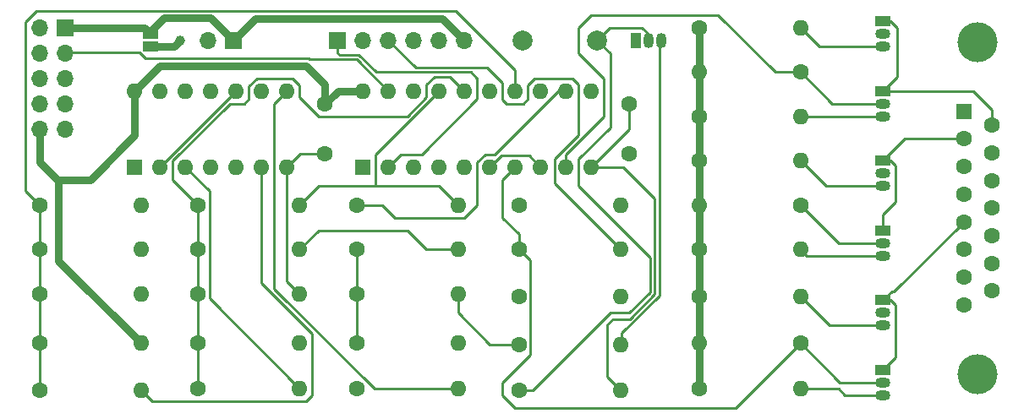
<source format=gbr>
%TF.GenerationSoftware,KiCad,Pcbnew,7.0.8*%
%TF.CreationDate,2025-04-13T22:57:16+02:00*%
%TF.ProjectId,colorswitch,636f6c6f-7273-4776-9974-63682e6b6963,rev?*%
%TF.SameCoordinates,Original*%
%TF.FileFunction,Copper,L1,Top*%
%TF.FilePolarity,Positive*%
%FSLAX46Y46*%
G04 Gerber Fmt 4.6, Leading zero omitted, Abs format (unit mm)*
G04 Created by KiCad (PCBNEW 7.0.8) date 2025-04-13 22:57:16*
%MOMM*%
%LPD*%
G01*
G04 APERTURE LIST*
%TA.AperFunction,ComponentPad*%
%ADD10C,1.600000*%
%TD*%
%TA.AperFunction,ComponentPad*%
%ADD11O,1.600000X1.600000*%
%TD*%
%TA.AperFunction,ComponentPad*%
%ADD12R,1.700000X1.700000*%
%TD*%
%TA.AperFunction,ComponentPad*%
%ADD13O,1.700000X1.700000*%
%TD*%
%TA.AperFunction,ComponentPad*%
%ADD14R,1.600000X1.600000*%
%TD*%
%TA.AperFunction,ComponentPad*%
%ADD15C,2.000000*%
%TD*%
%TA.AperFunction,ComponentPad*%
%ADD16R,1.050000X1.500000*%
%TD*%
%TA.AperFunction,ComponentPad*%
%ADD17O,1.050000X1.500000*%
%TD*%
%TA.AperFunction,ComponentPad*%
%ADD18R,1.500000X1.050000*%
%TD*%
%TA.AperFunction,ComponentPad*%
%ADD19O,1.500000X1.050000*%
%TD*%
%TA.AperFunction,SMDPad,CuDef*%
%ADD20R,1.500000X1.000000*%
%TD*%
%TA.AperFunction,ComponentPad*%
%ADD21C,4.000000*%
%TD*%
%TA.AperFunction,ViaPad*%
%ADD22C,1.000000*%
%TD*%
%TA.AperFunction,Conductor*%
%ADD23C,0.750000*%
%TD*%
%TA.AperFunction,Conductor*%
%ADD24C,0.250000*%
%TD*%
G04 APERTURE END LIST*
D10*
%TO.P,R30,1*%
%TO.N,Net-(Q8-B)*%
X144537841Y-115082000D03*
D11*
%TO.P,R30,2*%
%TO.N,GND1*%
X154697841Y-115082000D03*
%TD*%
D10*
%TO.P,R23,1*%
%TO.N,CG*%
X128281841Y-105430000D03*
D11*
%TO.P,R23,2*%
%TO.N,GND1*%
X138441841Y-105430000D03*
%TD*%
D12*
%TO.P,J2,1,Pin_1*%
%TO.N,Net-(J2-Pin_1)*%
X126376841Y-80030000D03*
D13*
%TO.P,J2,2,Pin_2*%
%TO.N,unconnected-(J2-Pin_2-Pad2)*%
X128916841Y-80030000D03*
%TO.P,J2,3,Pin_3*%
%TO.N,Net-(J2-Pin_3)*%
X131456841Y-80030000D03*
%TO.P,J2,4,Pin_4*%
%TO.N,Net-(J2-Pin_4)*%
X133996841Y-80030000D03*
%TO.P,J2,5,Pin_5*%
%TO.N,Net-(J2-Pin_5)*%
X136536841Y-80030000D03*
%TO.P,J2,6,Pin_6*%
%TO.N,GND*%
X139076841Y-80030000D03*
%TD*%
D12*
%TO.P,J3,1,Pin_1*%
%TO.N,GND*%
X115896841Y-80030000D03*
D13*
%TO.P,J3,2,Pin_2*%
%TO.N,VCC*%
X113356841Y-80030000D03*
%TD*%
D10*
%TO.P,R5,1*%
%TO.N,VCC*%
X162571841Y-114955000D03*
D11*
%TO.P,R5,2*%
%TO.N,Net-(Q5-C)*%
X172731841Y-114955000D03*
%TD*%
D10*
%TO.P,R13,1*%
%TO.N,CB*%
X112406841Y-105430000D03*
D11*
%TO.P,R13,2*%
%TO.N,GND1*%
X122566841Y-105430000D03*
%TD*%
D10*
%TO.P,R15,1*%
%TO.N,CB*%
X112406841Y-114955000D03*
D11*
%TO.P,R15,2*%
%TO.N,XB*%
X122566841Y-114955000D03*
%TD*%
D12*
%TO.P,J1,1,Pin_1*%
%TO.N,GND*%
X99066841Y-78765000D03*
D13*
%TO.P,J1,2,Pin_2*%
%TO.N,INT*%
X96526841Y-78765000D03*
%TO.P,J1,3,Pin_3*%
%TO.N,ENABLE*%
X99066841Y-81305000D03*
%TO.P,J1,4,Pin_4*%
%TO.N,CS*%
X96526841Y-81305000D03*
%TO.P,J1,5,Pin_5*%
%TO.N,R*%
X99066841Y-83845000D03*
%TO.P,J1,6,Pin_6*%
%TO.N,unconnected-(J1-Pin_6-Pad6)*%
X96526841Y-83845000D03*
%TO.P,J1,7,Pin_7*%
%TO.N,G*%
X99066841Y-86385000D03*
%TO.P,J1,8,Pin_8*%
%TO.N,unconnected-(J1-Pin_8-Pad8)*%
X96526841Y-86385000D03*
%TO.P,J1,9,Pin_9*%
%TO.N,B*%
X99066841Y-88925000D03*
%TO.P,J1,10,Pin_10*%
%TO.N,VCC*%
X96526841Y-88925000D03*
%TD*%
D14*
%TO.P,U2,1*%
%TO.N,B*%
X106056841Y-92730000D03*
D11*
%TO.P,U2,2*%
%TO.N,Net-(Q8-C)*%
X108596841Y-92730000D03*
%TO.P,U2,3*%
%TO.N,XB*%
X111136841Y-92730000D03*
%TO.P,U2,4*%
%TO.N,R*%
X113676841Y-92730000D03*
%TO.P,U2,5*%
%TO.N,Net-(Q8-C)*%
X116216841Y-92730000D03*
%TO.P,U2,6*%
%TO.N,XR*%
X118756841Y-92730000D03*
%TO.P,U2,7,GND*%
%TO.N,GND1*%
X121296841Y-92730000D03*
%TO.P,U2,8*%
%TO.N,XG*%
X121296841Y-85110000D03*
%TO.P,U2,9*%
%TO.N,G*%
X118756841Y-85110000D03*
%TO.P,U2,10*%
%TO.N,Net-(Q8-C)*%
X116216841Y-85110000D03*
%TO.P,U2,11*%
%TO.N,XINT*%
X113676841Y-85110000D03*
%TO.P,U2,12*%
%TO.N,INT*%
X111136841Y-85110000D03*
%TO.P,U2,13*%
%TO.N,Net-(Q8-C)*%
X108596841Y-85110000D03*
%TO.P,U2,14,VCC*%
%TO.N,VCC*%
X106056841Y-85110000D03*
%TD*%
D15*
%TO.P,C3,1*%
%TO.N,CS*%
X144851841Y-80030000D03*
%TO.P,C3,2*%
%TO.N,Net-(Q8-B)*%
X152351841Y-80030000D03*
%TD*%
D10*
%TO.P,R11,1*%
%TO.N,CB*%
X112406841Y-96540000D03*
D11*
%TO.P,R11,2*%
%TO.N,CS*%
X122566841Y-96540000D03*
%TD*%
D10*
%TO.P,R17,1*%
%TO.N,CR*%
X96531841Y-100985000D03*
D11*
%TO.P,R17,2*%
%TO.N,XINT*%
X106691841Y-100985000D03*
%TD*%
D16*
%TO.P,Q8,1,E*%
%TO.N,VCC*%
X156221841Y-80030000D03*
D17*
%TO.P,Q8,2,B*%
%TO.N,Net-(Q8-B)*%
X157491841Y-80030000D03*
%TO.P,Q8,3,C*%
%TO.N,Net-(Q8-C)*%
X158761841Y-80030000D03*
%TD*%
D10*
%TO.P,R26,1*%
%TO.N,Net-(Q3-B)*%
X144537841Y-96540000D03*
D11*
%TO.P,R26,2*%
%TO.N,Net-(J2-Pin_4)*%
X154697841Y-96540000D03*
%TD*%
D10*
%TO.P,R27,1*%
%TO.N,Net-(Q5-B)*%
X144537841Y-100985000D03*
D11*
%TO.P,R27,2*%
%TO.N,Net-(J2-Pin_3)*%
X154697841Y-100985000D03*
%TD*%
D18*
%TO.P,Q3,1,E*%
%TO.N,RED*%
X180986841Y-99080000D03*
D19*
%TO.P,Q3,2,B*%
%TO.N,Net-(Q3-B)*%
X180986841Y-100350000D03*
%TO.P,Q3,3,C*%
%TO.N,Net-(Q3-C)*%
X180986841Y-101620000D03*
%TD*%
D10*
%TO.P,R19,1*%
%TO.N,CR*%
X96531841Y-110383000D03*
D11*
%TO.P,R19,2*%
%TO.N,VCC*%
X106691841Y-110383000D03*
%TD*%
D18*
%TO.P,Q2,1,E*%
%TO.N,BLUE*%
X180986841Y-78125000D03*
D19*
%TO.P,Q2,2,B*%
%TO.N,CB*%
X180986841Y-79395000D03*
%TO.P,Q2,3,C*%
%TO.N,Net-(Q2-C)*%
X180986841Y-80665000D03*
%TD*%
D10*
%TO.P,R29,1*%
%TO.N,GND1*%
X144537841Y-110510000D03*
D11*
%TO.P,R29,2*%
%TO.N,Net-(Q8-C)*%
X154697841Y-110510000D03*
%TD*%
D10*
%TO.P,R4,1*%
%TO.N,VCC*%
X162571841Y-92095000D03*
D11*
%TO.P,R4,2*%
%TO.N,Net-(Q4-C)*%
X172731841Y-92095000D03*
%TD*%
D10*
%TO.P,R14,1*%
%TO.N,CB*%
X112406841Y-110383000D03*
D11*
%TO.P,R14,2*%
%TO.N,VCC*%
X122566841Y-110383000D03*
%TD*%
D10*
%TO.P,R18,1*%
%TO.N,CR*%
X96531841Y-105430000D03*
D11*
%TO.P,R18,2*%
%TO.N,GND1*%
X106691841Y-105430000D03*
%TD*%
D20*
%TO.P,JP1,1,A*%
%TO.N,GND*%
X107621841Y-79365000D03*
%TO.P,JP1,2,B*%
%TO.N,GND1*%
X107621841Y-80665000D03*
%TD*%
D18*
%TO.P,Q6,1,E*%
%TO.N,GREEN*%
X180986841Y-106065000D03*
D19*
%TO.P,Q6,2,B*%
%TO.N,CG*%
X180986841Y-107335000D03*
%TO.P,Q6,3,C*%
%TO.N,Net-(Q6-C)*%
X180986841Y-108605000D03*
%TD*%
D10*
%TO.P,R16,1*%
%TO.N,CR*%
X96531841Y-96540000D03*
D11*
%TO.P,R16,2*%
%TO.N,CS*%
X106691841Y-96540000D03*
%TD*%
D10*
%TO.P,R8,1*%
%TO.N,Net-(Q1-B)*%
X172731841Y-83205000D03*
D11*
%TO.P,R8,2*%
%TO.N,VCC*%
X162571841Y-83205000D03*
%TD*%
D10*
%TO.P,R10,1*%
%TO.N,Net-(Q5-B)*%
X172731841Y-110383000D03*
D11*
%TO.P,R10,2*%
%TO.N,VCC*%
X162571841Y-110383000D03*
%TD*%
D10*
%TO.P,R3,1*%
%TO.N,VCC*%
X162571841Y-100985000D03*
D11*
%TO.P,R3,2*%
%TO.N,Net-(Q3-C)*%
X172731841Y-100985000D03*
%TD*%
D10*
%TO.P,R25,1*%
%TO.N,CG*%
X128281841Y-114955000D03*
D11*
%TO.P,R25,2*%
%TO.N,XG*%
X138441841Y-114955000D03*
%TD*%
D10*
%TO.P,R6,1*%
%TO.N,VCC*%
X162571841Y-105684000D03*
D11*
%TO.P,R6,2*%
%TO.N,Net-(Q6-C)*%
X172731841Y-105684000D03*
%TD*%
D10*
%TO.P,C1,1*%
%TO.N,VCC*%
X125106841Y-86420000D03*
%TO.P,C1,2*%
%TO.N,GND1*%
X125106841Y-91420000D03*
%TD*%
D18*
%TO.P,Q5,1,E*%
%TO.N,GREEN*%
X180986841Y-113050000D03*
D19*
%TO.P,Q5,2,B*%
%TO.N,Net-(Q5-B)*%
X180986841Y-114320000D03*
%TO.P,Q5,3,C*%
%TO.N,Net-(Q5-C)*%
X180986841Y-115590000D03*
%TD*%
D18*
%TO.P,Q1,1,E*%
%TO.N,BLUE*%
X180986841Y-85110000D03*
D19*
%TO.P,Q1,2,B*%
%TO.N,Net-(Q1-B)*%
X180986841Y-86380000D03*
%TO.P,Q1,3,C*%
%TO.N,Net-(Q1-C)*%
X180986841Y-87650000D03*
%TD*%
D10*
%TO.P,R2,1*%
%TO.N,VCC*%
X162571841Y-78760000D03*
D11*
%TO.P,R2,2*%
%TO.N,Net-(Q2-C)*%
X172731841Y-78760000D03*
%TD*%
D10*
%TO.P,R9,1*%
%TO.N,Net-(Q3-B)*%
X172731841Y-96540000D03*
D11*
%TO.P,R9,2*%
%TO.N,VCC*%
X162571841Y-96540000D03*
%TD*%
D18*
%TO.P,Q4,1,E*%
%TO.N,RED*%
X180986841Y-92095000D03*
D19*
%TO.P,Q4,2,B*%
%TO.N,CR*%
X180986841Y-93365000D03*
%TO.P,Q4,3,C*%
%TO.N,Net-(Q4-C)*%
X180986841Y-94635000D03*
%TD*%
D10*
%TO.P,R22,1*%
%TO.N,CG*%
X128281841Y-100985000D03*
D11*
%TO.P,R22,2*%
%TO.N,XINT*%
X138441841Y-100985000D03*
%TD*%
D10*
%TO.P,R28,1*%
%TO.N,Net-(Q1-B)*%
X144537841Y-105684000D03*
D11*
%TO.P,R28,2*%
%TO.N,Net-(J2-Pin_5)*%
X154697841Y-105684000D03*
%TD*%
D10*
%TO.P,R20,1*%
%TO.N,CR*%
X96531841Y-115082000D03*
D11*
%TO.P,R20,2*%
%TO.N,XR*%
X106691841Y-115082000D03*
%TD*%
D10*
%TO.P,C2,1*%
%TO.N,VCC*%
X155586841Y-91420000D03*
%TO.P,C2,2*%
%TO.N,GND1*%
X155586841Y-86420000D03*
%TD*%
%TO.P,R21,1*%
%TO.N,CG*%
X128281841Y-96540000D03*
D11*
%TO.P,R21,2*%
%TO.N,CS*%
X138441841Y-96540000D03*
%TD*%
D21*
%TO.P,J4,0*%
%TO.N,N/C*%
X190470000Y-113490000D03*
X190470000Y-80190000D03*
D14*
%TO.P,J4,1,1*%
%TO.N,GND1*%
X189050000Y-87145000D03*
D10*
%TO.P,J4,2,2*%
%TO.N,RED*%
X189050000Y-89915000D03*
%TO.P,J4,3,3*%
%TO.N,CSYNC*%
X189050000Y-92685000D03*
%TO.P,J4,4,4*%
%TO.N,unconnected-(J4-Pad4)*%
X189050000Y-95455000D03*
%TO.P,J4,5,5*%
%TO.N,GREEN*%
X189050000Y-98225000D03*
%TO.P,J4,6,6*%
%TO.N,GND1*%
X189050000Y-100995000D03*
%TO.P,J4,7,7*%
%TO.N,unconnected-(J4-Pad7)*%
X189050000Y-103765000D03*
%TO.P,J4,8,8*%
%TO.N,unconnected-(J4-Pad8)*%
X189050000Y-106535000D03*
%TO.P,J4,9,P9*%
%TO.N,BLUE*%
X191890000Y-88530000D03*
%TO.P,J4,10,P10*%
%TO.N,unconnected-(J4-P10-Pad10)*%
X191890000Y-91300000D03*
%TO.P,J4,11,P111*%
%TO.N,unconnected-(J4-P111-Pad11)*%
X191890000Y-94070000D03*
%TO.P,J4,12,P12*%
%TO.N,unconnected-(J4-P12-Pad12)*%
X191890000Y-96840000D03*
%TO.P,J4,13,P13*%
%TO.N,GND1*%
X191890000Y-99610000D03*
%TO.P,J4,14,P14*%
%TO.N,unconnected-(J4-P14-Pad14)*%
X191890000Y-102380000D03*
%TO.P,J4,15,P15*%
%TO.N,unconnected-(J4-P15-Pad15)*%
X191890000Y-105150000D03*
%TD*%
D14*
%TO.P,U1,1*%
%TO.N,ENABLE*%
X128916841Y-92730000D03*
D11*
%TO.P,U1,2*%
%TO.N,Net-(J2-Pin_1)*%
X131456841Y-92730000D03*
%TO.P,U1,3*%
%TO.N,CSYNC*%
X133996841Y-92730000D03*
%TO.P,U1,4*%
%TO.N,GND1*%
X136536841Y-92730000D03*
%TO.P,U1,5*%
%TO.N,Net-(Q3-B)*%
X139076841Y-92730000D03*
%TO.P,U1,6*%
%TO.N,GND1*%
X141616841Y-92730000D03*
%TO.P,U1,7*%
%TO.N,Net-(Q5-B)*%
X144156841Y-92730000D03*
%TO.P,U1,8*%
%TO.N,GND1*%
X146696841Y-92730000D03*
%TO.P,U1,9*%
%TO.N,Net-(Q1-B)*%
X149236841Y-92730000D03*
%TO.P,U1,10,GND*%
%TO.N,GND1*%
X151776841Y-92730000D03*
%TO.P,U1,11*%
X151776841Y-85110000D03*
%TO.P,U1,12*%
%TO.N,CG*%
X149236841Y-85110000D03*
%TO.P,U1,13*%
%TO.N,GND1*%
X146696841Y-85110000D03*
%TO.P,U1,14*%
%TO.N,CR*%
X144156841Y-85110000D03*
%TO.P,U1,15*%
%TO.N,GND1*%
X141616841Y-85110000D03*
%TO.P,U1,16*%
%TO.N,CB*%
X139076841Y-85110000D03*
%TO.P,U1,17*%
%TO.N,CS*%
X136536841Y-85110000D03*
%TO.P,U1,18*%
%TO.N,CSYNC*%
X133996841Y-85110000D03*
%TO.P,U1,19*%
%TO.N,ENABLE*%
X131456841Y-85110000D03*
%TO.P,U1,20,VCC*%
%TO.N,VCC*%
X128916841Y-85110000D03*
%TD*%
D10*
%TO.P,R1,1*%
%TO.N,VCC*%
X162571841Y-87650000D03*
D11*
%TO.P,R1,2*%
%TO.N,Net-(Q1-C)*%
X172731841Y-87650000D03*
%TD*%
D10*
%TO.P,R24,1*%
%TO.N,CG*%
X128281841Y-110383000D03*
D11*
%TO.P,R24,2*%
%TO.N,VCC*%
X138441841Y-110383000D03*
%TD*%
D10*
%TO.P,R12,1*%
%TO.N,CB*%
X112406841Y-100985000D03*
D11*
%TO.P,R12,2*%
%TO.N,XINT*%
X122566841Y-100985000D03*
%TD*%
D22*
%TO.N,GND1*%
X110621841Y-80080000D03*
%TD*%
D23*
%TO.N,VCC*%
X162571841Y-87650000D02*
X162571841Y-92095000D01*
X125106841Y-84475000D02*
X123201841Y-82570000D01*
X98436841Y-94145000D02*
X96526841Y-92235000D01*
X98436841Y-102128000D02*
X98436841Y-94145000D01*
X106056841Y-89555000D02*
X106056841Y-85110000D01*
X108596841Y-82570000D02*
X106056841Y-85110000D01*
X162571841Y-96540000D02*
X162571841Y-100985000D01*
X106691841Y-110383000D02*
X98436841Y-102128000D01*
X162571841Y-83205000D02*
X162571841Y-87650000D01*
X123201841Y-82570000D02*
X108596841Y-82570000D01*
X96526841Y-92235000D02*
X96526841Y-88925000D01*
X162571841Y-110383000D02*
X162571841Y-115082000D01*
D24*
X122693841Y-110510000D02*
X122566841Y-110383000D01*
D23*
X125106841Y-86420000D02*
X125106841Y-84475000D01*
X162571841Y-78760000D02*
X162571841Y-83205000D01*
X128916841Y-85110000D02*
X126416841Y-85110000D01*
X126416841Y-85110000D02*
X125106841Y-86420000D01*
X162571841Y-105684000D02*
X162571841Y-100985000D01*
X162571841Y-110383000D02*
X162571841Y-105684000D01*
X98371841Y-94000000D02*
X101611841Y-94000000D01*
X101611841Y-94000000D02*
X106056841Y-89555000D01*
X162571841Y-92095000D02*
X162571841Y-96540000D01*
D24*
X98331841Y-94040000D02*
X98371841Y-94000000D01*
%TO.N,GND1*%
X122566841Y-105430000D02*
X121296841Y-104160000D01*
X155586841Y-86420000D02*
X155586841Y-88920000D01*
X154951841Y-92730000D02*
X158126841Y-95905000D01*
D23*
X110621841Y-80080000D02*
X110036841Y-80665000D01*
X110036841Y-80665000D02*
X107621841Y-80665000D01*
D24*
X155588237Y-107970000D02*
X153931841Y-107970000D01*
X153931841Y-107970000D02*
X153371841Y-108530000D01*
X110621841Y-80080000D02*
X110521841Y-79980000D01*
X138441841Y-107335000D02*
X141616841Y-110510000D01*
X141616841Y-92730000D02*
X142741841Y-91605000D01*
X141616841Y-110510000D02*
X144537841Y-110510000D01*
X121296841Y-104160000D02*
X121296841Y-92730000D01*
X145571841Y-91605000D02*
X146696841Y-92730000D01*
X142741841Y-91605000D02*
X145571841Y-91605000D01*
X138441841Y-105430000D02*
X138441841Y-107335000D01*
X155586841Y-88920000D02*
X151776841Y-92730000D01*
X122606841Y-91420000D02*
X121296841Y-92730000D01*
X153371841Y-108530000D02*
X153371841Y-113756000D01*
X153371841Y-113756000D02*
X154697841Y-115082000D01*
X158126841Y-95905000D02*
X158126841Y-105431396D01*
X125106841Y-91420000D02*
X122606841Y-91420000D01*
X158126841Y-105431396D02*
X155588237Y-107970000D01*
X151776841Y-92730000D02*
X154951841Y-92730000D01*
%TO.N,CS*%
X136536841Y-94635000D02*
X130186841Y-94635000D01*
X130186841Y-94635000D02*
X130186841Y-91460000D01*
X138441841Y-96540000D02*
X136536841Y-94635000D01*
X130186841Y-91460000D02*
X136536841Y-85110000D01*
X124471841Y-94635000D02*
X130186841Y-94635000D01*
X122566841Y-96540000D02*
X124471841Y-94635000D01*
%TO.N,Net-(Q8-B)*%
X153681841Y-81360000D02*
X152351841Y-80030000D01*
X152351841Y-80030000D02*
X153621841Y-78760000D01*
X157676841Y-101805000D02*
X150506841Y-94635000D01*
X157676841Y-105245000D02*
X157676841Y-101805000D01*
X153681841Y-88763061D02*
X153681841Y-81360000D01*
X144537841Y-115082000D02*
X145934841Y-115082000D01*
X157491841Y-79395000D02*
X157491841Y-80030000D01*
X153621841Y-78760000D02*
X156856841Y-78760000D01*
X150506841Y-91938061D02*
X153681841Y-88763061D01*
X150506841Y-94635000D02*
X150506841Y-91938061D01*
X156856841Y-78760000D02*
X157491841Y-79395000D01*
X145934841Y-115082000D02*
X153681841Y-107335000D01*
X153681841Y-107335000D02*
X155586841Y-107335000D01*
X155586841Y-107335000D02*
X157676841Y-105245000D01*
%TO.N,BLUE*%
X182371841Y-83725000D02*
X182371841Y-78760000D01*
X181736841Y-78125000D02*
X180986841Y-78125000D01*
X182371841Y-78760000D02*
X181736841Y-78125000D01*
X180986841Y-85110000D02*
X182371841Y-83725000D01*
X180986841Y-85110000D02*
X180996841Y-85100000D01*
X190002000Y-85100000D02*
X191890000Y-86988000D01*
X191890000Y-86988000D02*
X191890000Y-88530000D01*
X180996841Y-85100000D02*
X190002000Y-85100000D01*
%TO.N,Net-(Q1-B)*%
X172731841Y-83205000D02*
X175906841Y-86380000D01*
X153046841Y-87650000D02*
X153046841Y-83840000D01*
X181140031Y-86380000D02*
X180986841Y-86380000D01*
X149236841Y-91460000D02*
X153046841Y-87650000D01*
X150506841Y-81300000D02*
X150506841Y-78760000D01*
X170191841Y-83205000D02*
X172731841Y-83205000D01*
X164476841Y-77490000D02*
X170191841Y-83205000D01*
X175906841Y-86380000D02*
X180986841Y-86380000D01*
X153046841Y-83840000D02*
X150506841Y-81300000D01*
X149236841Y-92730000D02*
X149236841Y-91460000D01*
X151776841Y-77490000D02*
X164476841Y-77490000D01*
X150506841Y-78760000D02*
X151776841Y-77490000D01*
%TO.N,Net-(Q1-C)*%
X172731841Y-87650000D02*
X180986841Y-87650000D01*
%TO.N,CB*%
X117008780Y-86380000D02*
X117486841Y-85901939D01*
X133360445Y-87650000D02*
X135266841Y-85743604D01*
X112406841Y-96540000D02*
X112406841Y-100985000D01*
X109866841Y-92095698D02*
X115582539Y-86380000D01*
X117486841Y-84635561D02*
X118282402Y-83840000D01*
X122566841Y-85743604D02*
X124473237Y-87650000D01*
X136086841Y-83655000D02*
X137621841Y-83655000D01*
X135266841Y-84475000D02*
X136086841Y-83655000D01*
X117486841Y-85901939D02*
X117486841Y-84635561D01*
X109866841Y-94000000D02*
X109866841Y-92095698D01*
X137621841Y-83655000D02*
X139076841Y-85110000D01*
X115582539Y-86380000D02*
X117008780Y-86380000D01*
X112406841Y-100985000D02*
X112406841Y-105430000D01*
X118282402Y-83840000D02*
X121890445Y-83840000D01*
X112406841Y-96540000D02*
X109866841Y-94000000D01*
X121890445Y-83840000D02*
X122566841Y-84516396D01*
X112406841Y-105430000D02*
X112406841Y-110383000D01*
X122566841Y-84516396D02*
X122566841Y-85743604D01*
X135266841Y-85743604D02*
X135266841Y-84475000D01*
X124473237Y-87650000D02*
X133360445Y-87650000D01*
X112406841Y-114955000D02*
X112406841Y-110383000D01*
%TO.N,Net-(Q2-C)*%
X174636841Y-80665000D02*
X180986841Y-80665000D01*
X172731841Y-78760000D02*
X174636841Y-80665000D01*
%TO.N,RED*%
X183166841Y-89915000D02*
X180986841Y-92095000D01*
X189050000Y-89915000D02*
X183166841Y-89915000D01*
X182256841Y-96245000D02*
X180986841Y-97515000D01*
X182256841Y-92615000D02*
X182256841Y-96245000D01*
X180986841Y-99080000D02*
X180986841Y-97515000D01*
X180986841Y-92095000D02*
X181736841Y-92095000D01*
X181736841Y-92095000D02*
X182256841Y-92615000D01*
%TO.N,Net-(Q3-B)*%
X172731841Y-96540000D02*
X176541841Y-100350000D01*
X176541841Y-100350000D02*
X180986841Y-100350000D01*
%TO.N,Net-(Q3-C)*%
X172731841Y-100985000D02*
X173366841Y-101620000D01*
X173366841Y-101620000D02*
X180986841Y-101620000D01*
%TO.N,CR*%
X96531841Y-105430000D02*
X96531841Y-110383000D01*
X96531841Y-100985000D02*
X96531841Y-105430000D01*
X96531841Y-96540000D02*
X96531841Y-100985000D01*
X144156841Y-83009973D02*
X144156841Y-85110000D01*
X96211814Y-77080000D02*
X138226868Y-77080000D01*
X96531841Y-115082000D02*
X96531841Y-110383000D01*
X95121841Y-95130000D02*
X95121841Y-78169973D01*
X138226868Y-77080000D02*
X144156841Y-83009973D01*
X96531841Y-96540000D02*
X95121841Y-95130000D01*
X95121841Y-78169973D02*
X96211814Y-77080000D01*
%TO.N,Net-(Q4-C)*%
X175271841Y-94635000D02*
X180986841Y-94635000D01*
X172731841Y-92095000D02*
X175271841Y-94635000D01*
%TO.N,GREEN*%
X189050000Y-98225000D02*
X182085380Y-105189620D01*
X181736841Y-106065000D02*
X182256841Y-106585000D01*
X182256841Y-111780000D02*
X180986841Y-113050000D01*
X182256841Y-106585000D02*
X182256841Y-111780000D01*
X180986841Y-106065000D02*
X181736841Y-106065000D01*
X181862221Y-105189620D02*
X180986841Y-106065000D01*
X182085380Y-105189620D02*
X181862221Y-105189620D01*
%TO.N,Net-(Q5-B)*%
X144537841Y-100985000D02*
X145662841Y-102110000D01*
X145662841Y-102110000D02*
X145662841Y-111542604D01*
X142886841Y-97810000D02*
X144537841Y-99461000D01*
X176668841Y-114320000D02*
X180986841Y-114320000D01*
X142886841Y-94000000D02*
X142886841Y-97810000D01*
X166254841Y-116860000D02*
X172731841Y-110383000D01*
X142886841Y-115590000D02*
X144156841Y-116860000D01*
X144156841Y-116860000D02*
X166254841Y-116860000D01*
X172731841Y-110383000D02*
X176668841Y-114320000D01*
X145662841Y-111542604D02*
X142886841Y-114318604D01*
X144156841Y-92730000D02*
X142886841Y-94000000D01*
X142886841Y-114318604D02*
X142886841Y-115590000D01*
X144537841Y-99461000D02*
X144537841Y-100985000D01*
%TO.N,Net-(Q5-C)*%
X172731841Y-114955000D02*
X176541841Y-114955000D01*
X172731841Y-115082000D02*
X172731841Y-114955000D01*
X177176841Y-115590000D02*
X180986841Y-115590000D01*
X176541841Y-114955000D02*
X177176841Y-115590000D01*
%TO.N,CG*%
X141142402Y-91460000D02*
X140346841Y-92255561D01*
X142086841Y-91460000D02*
X141142402Y-91460000D01*
X148436841Y-85110000D02*
X142086841Y-91460000D01*
X140346841Y-92255561D02*
X140346841Y-96540000D01*
X130821841Y-96540000D02*
X128281841Y-96540000D01*
X149236841Y-85110000D02*
X148436841Y-85110000D01*
X128281841Y-100985000D02*
X128281841Y-105430000D01*
X139076841Y-97810000D02*
X132091841Y-97810000D01*
X128281841Y-105430000D02*
X128281841Y-110383000D01*
X132091841Y-97810000D02*
X130821841Y-96540000D01*
X140346841Y-96540000D02*
X139076841Y-97810000D01*
%TO.N,Net-(Q6-C)*%
X172731841Y-105684000D02*
X175652841Y-108605000D01*
X175652841Y-108605000D02*
X180986841Y-108605000D01*
%TO.N,Net-(Q8-C)*%
X116216841Y-85110000D02*
X108596841Y-92730000D01*
X158576841Y-80685000D02*
X158341841Y-80450000D01*
X154951841Y-110383000D02*
X154824841Y-110383000D01*
X154824841Y-109369792D02*
X158576841Y-105617792D01*
X158341841Y-80450000D02*
X158761841Y-80030000D01*
X154824841Y-110383000D02*
X154824841Y-109369792D01*
X158576841Y-105617792D02*
X158576841Y-80685000D01*
%TO.N,XINT*%
X135266841Y-100985000D02*
X138441841Y-100985000D01*
X133361841Y-99080000D02*
X135266841Y-100985000D01*
X122566841Y-100985000D02*
X124471841Y-99080000D01*
X124471841Y-99080000D02*
X133361841Y-99080000D01*
%TO.N,XB*%
X113531841Y-95125000D02*
X111136841Y-92730000D01*
X113531841Y-105920000D02*
X113531841Y-95125000D01*
X122566841Y-114955000D02*
X113531841Y-105920000D01*
%TO.N,XR*%
X123201841Y-116225000D02*
X123836841Y-115590000D01*
X107834841Y-116225000D02*
X123201841Y-116225000D01*
X118756841Y-104318335D02*
X118756841Y-92730000D01*
X123836841Y-115590000D02*
X123836841Y-109398335D01*
X123836841Y-109398335D02*
X118756841Y-104318335D01*
X106691841Y-115082000D02*
X107834841Y-116225000D01*
%TO.N,XG*%
X130029902Y-114955000D02*
X138441841Y-114955000D01*
X120026841Y-86380000D02*
X120026841Y-104951939D01*
X121296841Y-85110000D02*
X120026841Y-86380000D01*
X120026841Y-104951939D02*
X130029902Y-114955000D01*
%TO.N,Net-(J2-Pin_3)*%
X142886841Y-84318061D02*
X142886841Y-85982220D01*
X146092963Y-83840000D02*
X149871841Y-83840000D01*
X148111841Y-91948604D02*
X148111841Y-94399000D01*
X150506841Y-84475000D02*
X150506841Y-89553604D01*
X142886841Y-85982220D02*
X143284621Y-86380000D01*
X145426841Y-84506122D02*
X146092963Y-83840000D01*
X134181841Y-82755000D02*
X141323780Y-82755000D01*
X144948780Y-86380000D02*
X145426841Y-85901939D01*
X148111841Y-94399000D02*
X154697841Y-100985000D01*
X143284621Y-86380000D02*
X144948780Y-86380000D01*
X141323780Y-82755000D02*
X142886841Y-84318061D01*
X145426841Y-85901939D02*
X145426841Y-84506122D01*
X149871841Y-83840000D02*
X150506841Y-84475000D01*
X150506841Y-89553604D02*
X148111841Y-91948604D01*
X131456841Y-80030000D02*
X134181841Y-82755000D01*
%TO.N,ENABLE*%
X107117221Y-81870000D02*
X123491790Y-81870000D01*
X128281841Y-81935000D02*
X131456841Y-85110000D01*
X123556790Y-81935000D02*
X128281841Y-81935000D01*
X99091841Y-81280000D02*
X106527221Y-81280000D01*
X123491790Y-81870000D02*
X123556790Y-81935000D01*
X106527221Y-81280000D02*
X107117221Y-81870000D01*
X99066841Y-81305000D02*
X99091841Y-81280000D01*
%TO.N,Net-(J2-Pin_1)*%
X139711841Y-83205000D02*
X140346841Y-83840000D01*
X126376841Y-80030000D02*
X126376841Y-81300000D01*
X140346841Y-83840000D02*
X140346841Y-85903750D01*
X126561841Y-81485000D02*
X128468237Y-81485000D01*
X126376841Y-81300000D02*
X126561841Y-81485000D01*
X130188237Y-83205000D02*
X139711841Y-83205000D01*
X132726841Y-91460000D02*
X131456841Y-92730000D01*
X134790591Y-91460000D02*
X132726841Y-91460000D01*
X128468237Y-81485000D02*
X130188237Y-83205000D01*
X140346841Y-85903750D02*
X134790591Y-91460000D01*
D23*
%TO.N,GND*%
X108941841Y-77780000D02*
X113646841Y-77780000D01*
X136876841Y-77830000D02*
X139076841Y-80030000D01*
X99066841Y-78765000D02*
X99071841Y-78760000D01*
X113646841Y-77780000D02*
X115896841Y-80030000D01*
X107621841Y-79365000D02*
X107621841Y-79100000D01*
X115896841Y-80030000D02*
X118096841Y-77830000D01*
X99071841Y-78760000D02*
X107016841Y-78760000D01*
X118096841Y-77830000D02*
X136876841Y-77830000D01*
X107016841Y-78760000D02*
X107621841Y-79365000D01*
X107621841Y-79100000D02*
X108941841Y-77780000D01*
%TD*%
M02*

</source>
